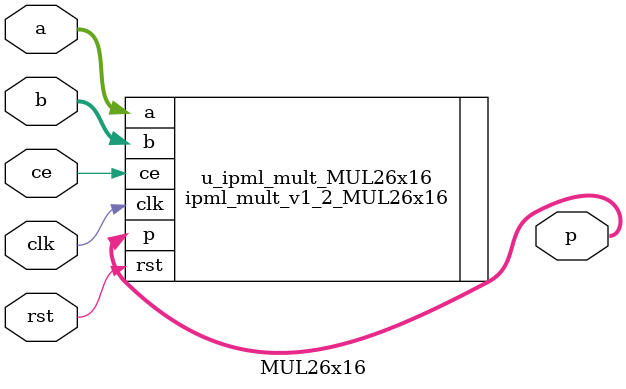
<source format=v>

module MUL26x16
(
     ce  ,
     rst ,
     clk ,
     a   ,
     b   ,
     p
);



localparam ASIZE = 26 ; //@IPC int 2,72

localparam BSIZE = 16 ; //@IPC int 2,72

localparam A_SIGNED = 1 ; //@IPC enum 0,1

localparam B_SIGNED = 0 ; //@IPC enum 0,1

localparam ASYNC_RST = 1 ; //@IPC enum 0,1

localparam OPTIMAL_TIMING = 0 ; //@IPC enum 0,1

localparam INREG_EN = 0 ; //@IPC enum 0,1

localparam PIPEREG_EN_1 = 1 ; //@IPC enum 0,1

localparam PIPEREG_EN_2 = 1 ; //@IPC enum 0,1

localparam PIPEREG_EN_3 = 1 ; //@IPC enum 0,1

localparam OUTREG_EN = 0 ; //@IPC enum 0,1

//tmp variable for ipc purpose

localparam PIPE_STATUS = 3 ; //@IPC enum 0,1,2,3,4,5

localparam ASYNC_RST_BOOL = 1 ; //@IPC bool

localparam OPTIMAL_TIMING_BOOL = 0 ; //@IPC bool

//end of tmp variable
localparam  GRS_EN       = "FALSE"         ;

localparam  PSIZE = ASIZE + BSIZE          ;

input                 ce  ;
input                 rst ;
input                 clk ;
input  [ASIZE-1:0]    a   ;
input  [BSIZE-1:0]    b   ;
output [PSIZE-1:0]    p   ;

ipml_mult_v1_2_MUL26x16
    #(
    .ASIZE           ( ASIZE            ),
    .BSIZE           ( BSIZE            ),
    .OPTIMAL_TIMING  ( OPTIMAL_TIMING   ),
    .INREG_EN        ( INREG_EN         ),
    .PIPEREG_EN_1    ( PIPEREG_EN_1     ),
    .PIPEREG_EN_2    ( PIPEREG_EN_2     ),
    .PIPEREG_EN_3    ( PIPEREG_EN_3     ),
    .OUTREG_EN       ( OUTREG_EN        ),
    .GRS_EN          ( GRS_EN           ),
    .A_SIGNED        ( A_SIGNED         ),
    .B_SIGNED        ( B_SIGNED         ),
    .ASYNC_RST       ( ASYNC_RST        )
    )u_ipml_mult_MUL26x16
    (
    .ce              ( ce     ),
    .rst             ( rst    ),
    .clk             ( clk    ),
    .a               ( a      ),
    .b               ( b      ),
    .p               ( p      )
    );

endmodule


</source>
